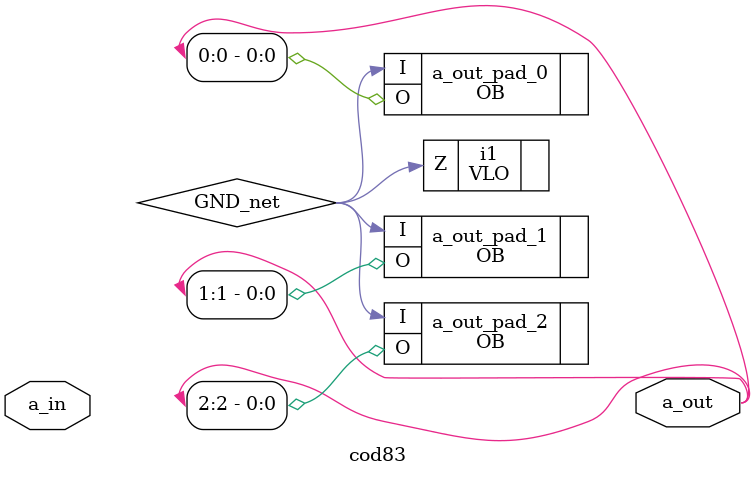
<source format=v>

module cod83 (a_in, a_out) /* synthesis syn_module_defined=1 */ ;   // d:/rtl_fpga/verilog/cod_164_com_83/cod_164_com_83.v(1[8:13])
    input [7:0]a_in;   // d:/rtl_fpga/verilog/cod_164_com_83/cod_164_com_83.v(2[18:22])
    output [2:0]a_out;   // d:/rtl_fpga/verilog/cod_164_com_83/cod_164_com_83.v(3[18:23])
    
    
    wire GND_net, VCC_net;
    
    VHI i50 (.Z(VCC_net));
    VLO i1 (.Z(GND_net));
    OB a_out_pad_2 (.I(GND_net), .O(a_out[2]));   // d:/rtl_fpga/verilog/cod_164_com_83/cod_164_com_83.v(3[18:23])
    OB a_out_pad_1 (.I(GND_net), .O(a_out[1]));   // d:/rtl_fpga/verilog/cod_164_com_83/cod_164_com_83.v(3[18:23])
    GSR GSR_INST (.GSR(VCC_net));
    OB a_out_pad_0 (.I(GND_net), .O(a_out[0]));   // d:/rtl_fpga/verilog/cod_164_com_83/cod_164_com_83.v(3[18:23])
    PUR PUR_INST (.PUR(VCC_net));
    defparam PUR_INST.RST_PULSE = 1;
    
endmodule
//
// Verilog Description of module PUR
// module not written out since it is a black-box. 
//


</source>
